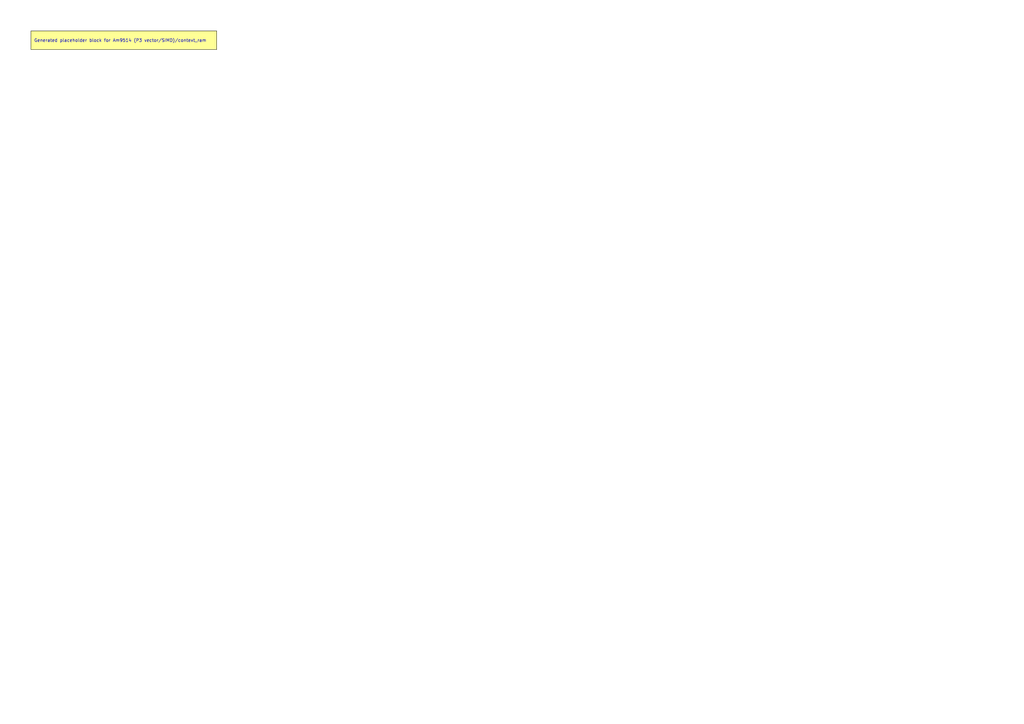
<source format=kicad_sch>
(kicad_sch
	(version 20250114)
	(generator "kicadgen")
	(generator_version "0.2")
	(uuid "5b679151-dc7e-55cf-b222-45e780fb883b")
	(paper "A3")
	(title_block
		(title "Am9514 (P3 vector/SIMD)::context_ram")
		(company "Project Carbon")
		(comment 1 "Generated - do not edit in generated/")
		(comment 2 "Edit in schem/kicad9/manual/ or refine mapping specs")
	)
	(lib_symbols)
	(text_box
		"Generated placeholder block for Am9514 (P3 vector/SIMD)/context_ram"
		(exclude_from_sim no)
		(at
			12.7
			12.7
			0
		)
		(size 76.2 7.62)
		(margins
			1.27
			1.27
			1.27
			1.27
		)
		(stroke
			(width 0)
			(type default)
			(color
				0
				0
				0
				1
			)
		)
		(fill
			(type color)
			(color
				255
				255
				150
				1
			)
		)
		(effects
			(font
				(size 1.27 1.27)
			)
			(justify left)
		)
		(uuid "62deece3-8b21-54c6-bcbb-6f7cfb753a2c")
	)
	(sheet_instances
		(path
			"/"
			(page "1")
		)
	)
	(embedded_fonts no)
)

</source>
